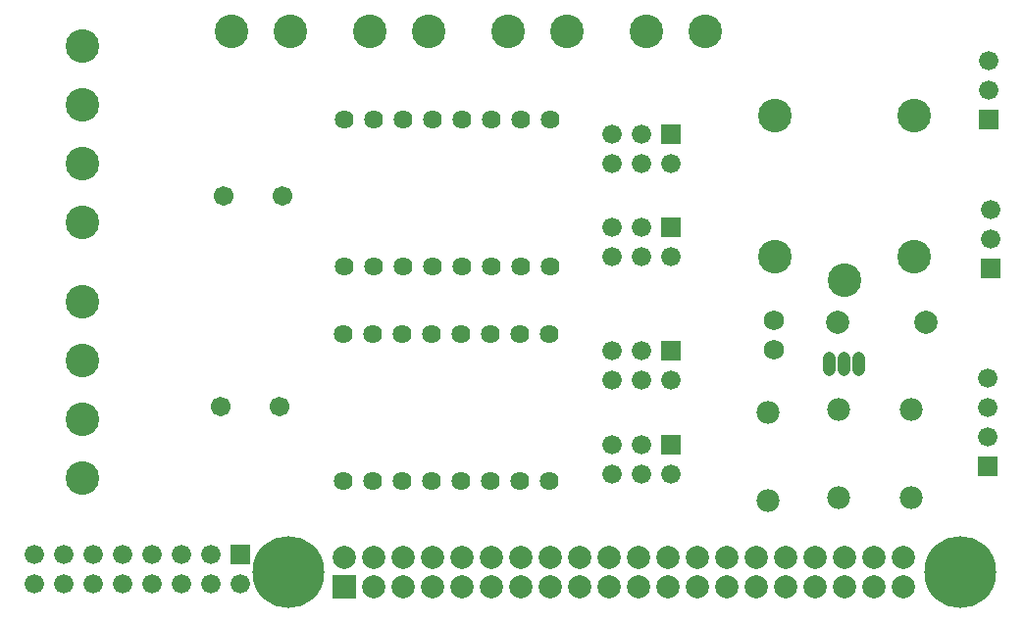
<source format=gts>
G04 Layer: TopSolderMaskLayer*
G04 EasyEDA v6.5.5, 2022-05-15 16:03:05*
G04 b3a66e96751545e5b315a235ba618c9c,f3b4bba6f80a42898d6f7a4ba36534e0,10*
G04 Gerber Generator version 0.2*
G04 Scale: 100 percent, Rotated: No, Reflected: No *
G04 Dimensions in millimeters *
G04 leading zeros omitted , absolute positions ,4 integer and 5 decimal *
%FSLAX45Y45*%
%MOMM*%

%ADD32C,1.1016*%
%ADD33C,1.6764*%
%ADD34R,1.6764X1.6764*%
%ADD35C,1.7016*%
%ADD36C,1.6256*%
%ADD37C,2.9016*%
%ADD38C,2.0066*%
%ADD39C,1.7526*%
%ADD40C,1.9812*%
%ADD41C,2.8956*%
%ADD42C,2.0032*%
%ADD44C,6.2032*%

%LPD*%
D32*
X29756100Y9932200D02*
G01*
X29756100Y10032199D01*
X29629100Y9932200D02*
G01*
X29629100Y10032199D01*
X29502100Y9932200D02*
G01*
X29502100Y10032199D01*
D33*
G01*
X30886400Y12598400D03*
G01*
X30886400Y12344400D03*
D34*
G01*
X30886400Y12090400D03*
D33*
G01*
X22644100Y8077200D03*
G01*
X22644100Y8331200D03*
G01*
X22898100Y8077200D03*
G01*
X22898100Y8331200D03*
G01*
X23152100Y8077200D03*
G01*
X23152100Y8331200D03*
G01*
X23406100Y8077200D03*
G01*
X23406100Y8331200D03*
G01*
X23660100Y8077200D03*
G01*
X23660100Y8331200D03*
G01*
X23914100Y8077200D03*
G01*
X23914100Y8331200D03*
G01*
X24168100Y8077200D03*
G01*
X24168100Y8331200D03*
G01*
X24422100Y8077200D03*
G36*
X24338279Y8247379D02*
G01*
X24338279Y8415020D01*
X24505920Y8415020D01*
X24505920Y8247379D01*
G37*
G01*
X27635200Y9029700D03*
G01*
X27635200Y9283700D03*
G01*
X27889200Y9029700D03*
G01*
X27889200Y9283700D03*
G01*
X28143200Y9029700D03*
G36*
X28059379Y9199879D02*
G01*
X28059379Y9367520D01*
X28227020Y9367520D01*
X28227020Y9199879D01*
G37*
G01*
X27635200Y9842500D03*
G01*
X27635200Y10096500D03*
G01*
X27889200Y9842500D03*
G01*
X27889200Y10096500D03*
G01*
X28143200Y9842500D03*
G36*
X28059379Y10012679D02*
G01*
X28059379Y10180320D01*
X28227020Y10180320D01*
X28227020Y10012679D01*
G37*
D35*
G01*
X24282400Y11430000D03*
G01*
X24790400Y11430000D03*
G01*
X24257000Y9613900D03*
G01*
X24765000Y9613900D03*
D33*
G01*
X30899100Y11315700D03*
G01*
X30899100Y11061700D03*
D34*
G01*
X30899100Y10807700D03*
D33*
G01*
X27635200Y10909300D03*
G01*
X27635200Y11163300D03*
G01*
X27889200Y10909300D03*
G01*
X27889200Y11163300D03*
G01*
X28143200Y10909300D03*
G36*
X28059379Y11079479D02*
G01*
X28059379Y11247120D01*
X28227020Y11247120D01*
X28227020Y11079479D01*
G37*
G01*
X27635200Y11709400D03*
G01*
X27635200Y11963400D03*
G01*
X27889200Y11709400D03*
G01*
X27889200Y11963400D03*
G01*
X28143200Y11709400D03*
G36*
X28059379Y11879579D02*
G01*
X28059379Y12047220D01*
X28227020Y12047220D01*
X28227020Y11879579D01*
G37*
D36*
G01*
X25819100Y10236200D03*
G01*
X25565100Y10236200D03*
G01*
X25311100Y10236200D03*
G01*
X26073100Y10236200D03*
G01*
X26327100Y10236200D03*
G01*
X26581100Y10236200D03*
G01*
X26835100Y10236200D03*
G01*
X27089100Y10236200D03*
G01*
X27089100Y8966200D03*
G01*
X26835100Y8966200D03*
G01*
X26581100Y8966200D03*
G01*
X26327100Y8966200D03*
G01*
X26073100Y8966200D03*
G01*
X25819100Y8966200D03*
G01*
X25565100Y8966200D03*
G01*
X25311100Y8966200D03*
G01*
X25831800Y12090400D03*
G01*
X25577800Y12090400D03*
G01*
X25323800Y12090400D03*
G01*
X26085800Y12090400D03*
G01*
X26339800Y12090400D03*
G01*
X26593800Y12090400D03*
G01*
X26847800Y12090400D03*
G01*
X27101800Y12090400D03*
G01*
X27101800Y10820400D03*
G01*
X26847800Y10820400D03*
G01*
X26593800Y10820400D03*
G01*
X26339800Y10820400D03*
G01*
X26085800Y10820400D03*
G01*
X25831800Y10820400D03*
G01*
X25577800Y10820400D03*
G01*
X25323800Y10820400D03*
D37*
G01*
X23063200Y8991600D03*
G01*
X23063200Y9499600D03*
G01*
X23063200Y10007600D03*
G01*
X23063200Y10515600D03*
G01*
X23063200Y11201400D03*
G01*
X23063200Y11709400D03*
G01*
X23063200Y12217400D03*
G01*
X23063200Y12725400D03*
G01*
X24345900Y12852400D03*
G01*
X24853900Y12852400D03*
G01*
X25539674Y12852400D03*
G01*
X26047674Y12852400D03*
G01*
X26733500Y12852400D03*
G01*
X27241500Y12852400D03*
G01*
X27927274Y12852400D03*
G01*
X28435274Y12852400D03*
D34*
G01*
X30873700Y9093200D03*
D33*
G01*
X30873725Y9347200D03*
G01*
X30873725Y9601200D03*
G01*
X30873725Y9855200D03*
D38*
G01*
X29578300Y10337800D03*
G01*
X30340300Y10337800D03*
D39*
G01*
X29032200Y10106152D03*
G01*
X29032200Y10360152D03*
D40*
G01*
X29591000Y8826500D03*
G01*
X29591000Y9588500D03*
G01*
X30213300Y8826500D03*
G01*
X30213300Y9588500D03*
G01*
X28981400Y8801100D03*
G01*
X28981400Y9563100D03*
D41*
G01*
X30241748Y12126213D03*
G01*
X29641800Y10706100D03*
G01*
X29041852Y10905997D03*
G01*
X30241748Y10905997D03*
G01*
X29041852Y12126213D03*
D42*
G01*
X30149800Y8305800D03*
G01*
X30149800Y8051800D03*
G01*
X29895800Y8305800D03*
G01*
X29895800Y8051800D03*
G01*
X29641800Y8305800D03*
G01*
X29641800Y8051800D03*
G01*
X29387800Y8305800D03*
G01*
X29387800Y8051800D03*
G01*
X29133800Y8305800D03*
G01*
X29133800Y8051800D03*
G01*
X28879800Y8305800D03*
G01*
X28879800Y8051800D03*
G01*
X28625800Y8305800D03*
G01*
X28625800Y8051800D03*
G01*
X28371800Y8305800D03*
G01*
X28371800Y8051800D03*
G01*
X28117800Y8305800D03*
G01*
X28117800Y8051800D03*
G01*
X27863800Y8305800D03*
G01*
X27863800Y8051800D03*
G01*
X27609800Y8305800D03*
G01*
X27609800Y8051800D03*
G01*
X27355800Y8305800D03*
G01*
X27355800Y8051800D03*
G01*
X27101800Y8305800D03*
G01*
X27101800Y8051800D03*
G01*
X26847800Y8305800D03*
G01*
X26847800Y8051800D03*
G01*
X26593800Y8305800D03*
G01*
X26593800Y8051800D03*
G01*
X26339800Y8305800D03*
G01*
X26339800Y8051800D03*
G01*
X26085800Y8305800D03*
G01*
X26085800Y8051800D03*
G01*
X25831800Y8305800D03*
G01*
X25831800Y8051800D03*
G01*
X25577800Y8305800D03*
G01*
X25577800Y8051800D03*
G01*
X25323800Y8305800D03*
G36*
X25223724Y7951723D02*
G01*
X25223724Y8151876D01*
X25423875Y8151876D01*
X25423875Y7951723D01*
G37*
D44*
G01*
X24836805Y8178800D03*
G01*
X30636794Y8178800D03*
M02*

</source>
